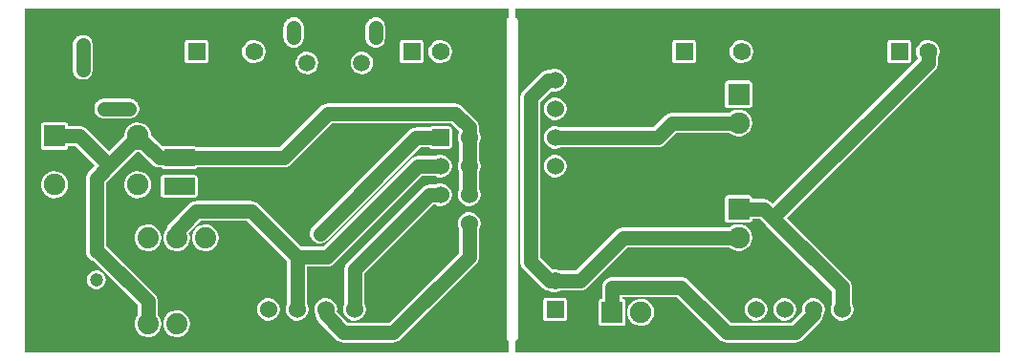
<source format=gbl>
G04 ---------------------------- Layer name :BOTTOM LAYER*
G04 easyEDA 0.1*
G04 Scale: 100 percent, Rotated: No, Reflected: No *
G04 Dimensions in inches *
G04 leading zeros omitted , absolute positions ,2 integer and 4 * 
%FSLAX24Y24*%
%MOIN*%
G90*
G70D02*

%ADD11C,0.050000*%
%ADD12C,0.025000*%
%ADD13C,0.024400*%
%ADD14C,0.059055*%
%ADD16C,0.062000*%
%ADD18R,0.062000X0.062000*%
%ADD19C,0.060000*%
%ADD21R,0.075000X0.075000*%
%ADD22C,0.075000*%
%ADD24C,0.074000*%
%ADD26R,0.060000X0.060000*%
%ADD27R,0.107500X0.059700*%
%ADD28C,0.047000*%
%ADD30C,0.051181*%
%ADD31C,0.051181*%

%LPD*%
G36*
G01X0Y12000D02*
G01X0Y24000D01*
G01X16897Y24000D01*
G01X16897Y23700D01*
G01X16869Y23696D01*
G01X16842Y23680D01*
G01X16819Y23657D01*
G01X16803Y23630D01*
G01X16800Y23600D01*
G01X16800Y12500D01*
G01X16803Y12469D01*
G01X16819Y12442D01*
G01X16842Y12419D01*
G01X16869Y12403D01*
G01X16897Y12400D01*
G01X16897Y12000D01*
G01X0Y12000D01*
G37*

%LPC*%
G36*
G01X9319Y22642D02*
G01X9452Y22642D01*
G01X9460Y22644D01*
G01X9469Y22646D01*
G01X9477Y22648D01*
G01X9593Y22705D01*
G01X9602Y22711D01*
G01X9607Y22715D01*
G01X9619Y22728D01*
G01X9692Y22815D01*
G01X9697Y22823D01*
G01X9706Y22840D01*
G01X9710Y22850D01*
G01X9711Y22857D01*
G01X9735Y22967D01*
G01X9735Y22971D01*
G01X9738Y22978D01*
G01X9738Y23355D01*
G01X9735Y23361D01*
G01X9735Y23365D01*
G01X9711Y23476D01*
G01X9710Y23484D01*
G01X9706Y23494D01*
G01X9697Y23509D01*
G01X9692Y23517D01*
G01X9619Y23605D01*
G01X9607Y23617D01*
G01X9602Y23621D01*
G01X9593Y23628D01*
G01X9477Y23686D01*
G01X9469Y23688D01*
G01X9460Y23690D01*
G01X9452Y23692D01*
G01X9319Y23692D01*
G01X9311Y23690D01*
G01X9302Y23688D01*
G01X9293Y23686D01*
G01X9285Y23682D01*
G01X9184Y23632D01*
G01X9176Y23628D01*
G01X9168Y23621D01*
G01X9161Y23617D01*
G01X9156Y23609D01*
G01X9150Y23603D01*
G01X9080Y23515D01*
G01X9073Y23509D01*
G01X9065Y23494D01*
G01X9064Y23486D01*
G01X9060Y23478D01*
G01X9034Y23367D01*
G01X9034Y23361D01*
G01X9031Y23357D01*
G01X9031Y22976D01*
G01X9034Y22971D01*
G01X9034Y22965D01*
G01X9060Y22855D01*
G01X9064Y22848D01*
G01X9065Y22840D01*
G01X9073Y22823D01*
G01X9080Y22817D01*
G01X9150Y22730D01*
G01X9156Y22723D01*
G01X9161Y22715D01*
G01X9168Y22711D01*
G01X9176Y22705D01*
G01X9184Y22702D01*
G01X9285Y22652D01*
G01X9293Y22648D01*
G01X9302Y22646D01*
G01X9311Y22644D01*
G01X9319Y22642D01*
G37*
G36*
G01X4268Y12532D02*
G01X4396Y12540D01*
G01X4515Y12582D01*
G01X4619Y12655D01*
G01X4702Y12755D01*
G01X4752Y12873D01*
G01X4769Y13000D01*
G01X4752Y13126D01*
G01X4702Y13244D01*
G01X4650Y13307D01*
G01X4650Y13800D01*
G01X4646Y13855D01*
G01X4631Y13907D01*
G01X4611Y13959D01*
G01X4581Y14007D01*
G01X4546Y14048D01*
G01X2850Y15723D01*
G01X2850Y17936D01*
G01X3188Y18276D01*
G01X3193Y18280D01*
G01X3907Y18994D01*
G01X4010Y18994D01*
G01X4452Y18552D01*
G01X4493Y18515D01*
G01X4542Y18488D01*
G01X4592Y18467D01*
G01X4646Y18453D01*
G01X4700Y18450D01*
G01X4777Y18450D01*
G01X4781Y18444D01*
G01X4803Y18421D01*
G01X4831Y18405D01*
G01X4861Y18402D01*
G01X5935Y18402D01*
G01X5965Y18405D01*
G01X5993Y18421D01*
G01X6015Y18444D01*
G01X6019Y18450D01*
G01X9042Y18450D01*
G01X9096Y18453D01*
G01X9150Y18467D01*
G01X9200Y18488D01*
G01X9247Y18515D01*
G01X9289Y18552D01*
G01X10723Y19986D01*
G01X14876Y19986D01*
G01X15150Y19713D01*
G01X15150Y19690D01*
G01X15139Y19673D01*
G01X15103Y19559D01*
G01X15103Y19440D01*
G01X15139Y19326D01*
G01X15150Y19311D01*
G01X15150Y18688D01*
G01X15139Y18673D01*
G01X15103Y18559D01*
G01X15103Y18440D01*
G01X15139Y18326D01*
G01X15150Y18311D01*
G01X15150Y17688D01*
G01X15139Y17673D01*
G01X15103Y17559D01*
G01X15103Y17440D01*
G01X15139Y17326D01*
G01X15206Y17228D01*
G01X15300Y17153D01*
G01X15410Y17109D01*
G01X15530Y17102D01*
G01X15646Y17128D01*
G01X15750Y17188D01*
G01X15830Y17273D01*
G01X15881Y17382D01*
G01X15900Y17500D01*
G01X15881Y17617D01*
G01X15850Y17684D01*
G01X15850Y18315D01*
G01X15881Y18382D01*
G01X15900Y18500D01*
G01X15881Y18617D01*
G01X15850Y18684D01*
G01X15850Y19315D01*
G01X15881Y19382D01*
G01X15900Y19500D01*
G01X15881Y19617D01*
G01X15850Y19684D01*
G01X15850Y19857D01*
G01X15846Y19911D01*
G01X15831Y19965D01*
G01X15811Y20017D01*
G01X15781Y20063D01*
G01X15746Y20105D01*
G01X15265Y20584D01*
G01X15226Y20619D01*
G01X15177Y20648D01*
G01X15127Y20667D01*
G01X15073Y20682D01*
G01X15019Y20686D01*
G01X10577Y20686D01*
G01X10523Y20682D01*
G01X10469Y20667D01*
G01X10419Y20648D01*
G01X10372Y20619D01*
G01X10330Y20584D01*
G01X8896Y19150D01*
G01X6019Y19150D01*
G01X6015Y19157D01*
G01X5993Y19180D01*
G01X5965Y19196D01*
G01X5935Y19200D01*
G01X4861Y19200D01*
G01X4831Y19196D01*
G01X4811Y19184D01*
G01X4419Y19576D01*
G01X4406Y19678D01*
G01X4353Y19796D01*
G01X4273Y19896D01*
G01X4168Y19969D01*
G01X4046Y20013D01*
G01X3918Y20021D01*
G01X3792Y19996D01*
G01X3676Y19938D01*
G01X3581Y19850D01*
G01X3515Y19738D01*
G01X3480Y19613D01*
G01X3480Y19557D01*
G01X2946Y19023D01*
G01X2172Y19798D01*
G01X2153Y19809D01*
G01X2147Y19817D01*
G01X2119Y19834D01*
G01X2072Y19867D01*
G01X2052Y19871D01*
G01X2043Y19878D01*
G01X2003Y19886D01*
G01X1953Y19898D01*
G01X1939Y19896D01*
G01X1923Y19900D01*
G01X1523Y19900D01*
G01X1523Y19926D01*
G01X1519Y19955D01*
G01X1503Y19984D01*
G01X1481Y20005D01*
G01X1453Y20021D01*
G01X1423Y20026D01*
G01X673Y20026D01*
G01X643Y20021D01*
G01X615Y20005D01*
G01X593Y19984D01*
G01X577Y19955D01*
G01X573Y19926D01*
G01X573Y19176D01*
G01X577Y19146D01*
G01X593Y19117D01*
G01X615Y19096D01*
G01X643Y19080D01*
G01X673Y19076D01*
G01X1423Y19076D01*
G01X1453Y19080D01*
G01X1481Y19096D01*
G01X1503Y19117D01*
G01X1519Y19146D01*
G01X1523Y19176D01*
G01X1523Y19200D01*
G01X1777Y19200D01*
G01X2452Y18526D01*
G01X2252Y18326D01*
G01X2242Y18313D01*
G01X2231Y18303D01*
G01X2215Y18276D01*
G01X2181Y18228D01*
G01X2177Y18209D01*
G01X2172Y18200D01*
G01X2164Y18159D01*
G01X2152Y18109D01*
G01X2153Y18096D01*
G01X2150Y18080D01*
G01X2150Y15530D01*
G01X2156Y15500D01*
G01X2156Y15469D01*
G01X2165Y15440D01*
G01X2172Y15409D01*
G01X2184Y15388D01*
G01X2196Y15355D01*
G01X2214Y15336D01*
G01X2231Y15305D01*
G01X2256Y15286D01*
G01X2276Y15261D01*
G01X2300Y15248D01*
G01X2326Y15226D01*
G01X2357Y15213D01*
G01X2380Y15201D01*
G01X2388Y15200D01*
G01X3950Y13653D01*
G01X3950Y13309D01*
G01X3935Y13296D01*
G01X3868Y13188D01*
G01X3834Y13063D01*
G01X3834Y12936D01*
G01X3868Y12811D01*
G01X3935Y12703D01*
G01X4027Y12615D01*
G01X4142Y12557D01*
G01X4268Y12532D01*
G37*
G36*
G01X5268Y12532D02*
G01X5396Y12540D01*
G01X5515Y12582D01*
G01X5619Y12655D01*
G01X5702Y12755D01*
G01X5752Y12873D01*
G01X5769Y13000D01*
G01X5752Y13126D01*
G01X5702Y13244D01*
G01X5619Y13344D01*
G01X5515Y13417D01*
G01X5396Y13459D01*
G01X5268Y13467D01*
G01X5142Y13442D01*
G01X5027Y13384D01*
G01X4935Y13296D01*
G01X4868Y13188D01*
G01X4834Y13063D01*
G01X4834Y12936D01*
G01X4868Y12811D01*
G01X4935Y12703D01*
G01X5027Y12615D01*
G01X5142Y12557D01*
G01X5268Y12532D01*
G37*
G36*
G01X12169Y22642D02*
G01X12302Y22642D01*
G01X12310Y22644D01*
G01X12319Y22646D01*
G01X12327Y22648D01*
G01X12443Y22705D01*
G01X12452Y22711D01*
G01X12457Y22715D01*
G01X12469Y22728D01*
G01X12542Y22815D01*
G01X12547Y22823D01*
G01X12556Y22840D01*
G01X12560Y22850D01*
G01X12561Y22857D01*
G01X12585Y22967D01*
G01X12585Y22971D01*
G01X12588Y22978D01*
G01X12588Y23355D01*
G01X12585Y23361D01*
G01X12585Y23365D01*
G01X12561Y23476D01*
G01X12560Y23484D01*
G01X12556Y23494D01*
G01X12547Y23509D01*
G01X12542Y23517D01*
G01X12469Y23605D01*
G01X12457Y23617D01*
G01X12452Y23621D01*
G01X12443Y23628D01*
G01X12327Y23686D01*
G01X12319Y23688D01*
G01X12310Y23690D01*
G01X12302Y23692D01*
G01X12169Y23692D01*
G01X12161Y23690D01*
G01X12152Y23688D01*
G01X12143Y23686D01*
G01X12135Y23682D01*
G01X12034Y23632D01*
G01X12026Y23628D01*
G01X12018Y23621D01*
G01X12011Y23617D01*
G01X12006Y23609D01*
G01X12000Y23603D01*
G01X11930Y23515D01*
G01X11923Y23509D01*
G01X11915Y23494D01*
G01X11914Y23486D01*
G01X11910Y23478D01*
G01X11884Y23367D01*
G01X11884Y23361D01*
G01X11881Y23357D01*
G01X11881Y22976D01*
G01X11884Y22971D01*
G01X11884Y22965D01*
G01X11910Y22855D01*
G01X11914Y22848D01*
G01X11915Y22840D01*
G01X11923Y22823D01*
G01X11930Y22817D01*
G01X12000Y22730D01*
G01X12006Y22723D01*
G01X12011Y22715D01*
G01X12018Y22711D01*
G01X12026Y22705D01*
G01X12034Y22702D01*
G01X12135Y22652D01*
G01X12143Y22648D01*
G01X12152Y22646D01*
G01X12161Y22644D01*
G01X12169Y22642D01*
G37*
G36*
G01X11530Y13101D02*
G01X11646Y13128D01*
G01X11750Y13188D01*
G01X11830Y13273D01*
G01X11881Y13382D01*
G01X11900Y13500D01*
G01X11881Y13617D01*
G01X11850Y13684D01*
G01X11850Y14748D01*
G01X14252Y17150D01*
G01X14310Y17150D01*
G01X14410Y17109D01*
G01X14530Y17102D01*
G01X14646Y17128D01*
G01X14750Y17188D01*
G01X14830Y17273D01*
G01X14881Y17382D01*
G01X14900Y17500D01*
G01X14881Y17617D01*
G01X14830Y17726D01*
G01X14750Y17811D01*
G01X14646Y17871D01*
G01X14530Y17898D01*
G01X14410Y17890D01*
G01X14310Y17850D01*
G01X14106Y17850D01*
G01X14052Y17846D01*
G01X13997Y17832D01*
G01X13947Y17811D01*
G01X13900Y17784D01*
G01X13857Y17748D01*
G01X11252Y15142D01*
G01X11215Y15100D01*
G01X11188Y15051D01*
G01X11168Y15001D01*
G01X11153Y14948D01*
G01X11150Y14894D01*
G01X11150Y13688D01*
G01X11139Y13673D01*
G01X11103Y13559D01*
G01X11103Y13440D01*
G01X11139Y13326D01*
G01X11206Y13228D01*
G01X11300Y13153D01*
G01X11410Y13109D01*
G01X11530Y13101D01*
G37*
G36*
G01X9530Y13101D02*
G01X9646Y13128D01*
G01X9750Y13188D01*
G01X9830Y13273D01*
G01X9881Y13382D01*
G01X9900Y13500D01*
G01X9881Y13617D01*
G01X9850Y13684D01*
G01X9850Y14990D01*
G01X10553Y14990D01*
G01X10607Y14994D01*
G01X10661Y15007D01*
G01X10711Y15028D01*
G01X10760Y15055D01*
G01X10802Y15092D01*
G01X13861Y18150D01*
G01X14310Y18150D01*
G01X14410Y18109D01*
G01X14530Y18102D01*
G01X14646Y18128D01*
G01X14750Y18188D01*
G01X14830Y18273D01*
G01X14881Y18382D01*
G01X14900Y18500D01*
G01X14881Y18617D01*
G01X14830Y18726D01*
G01X14750Y18811D01*
G01X14646Y18871D01*
G01X14530Y18898D01*
G01X14410Y18890D01*
G01X14310Y18850D01*
G01X13715Y18850D01*
G01X13661Y18846D01*
G01X13607Y18832D01*
G01X13557Y18811D01*
G01X13510Y18784D01*
G01X13468Y18748D01*
G01X10407Y15690D01*
G01X9646Y15690D01*
G01X8150Y17184D01*
G01X8107Y17219D01*
G01X8060Y17248D01*
G01X8010Y17267D01*
G01X7956Y17282D01*
G01X7902Y17286D01*
G01X5989Y17286D01*
G01X5935Y17282D01*
G01X5881Y17267D01*
G01X5831Y17248D01*
G01X5784Y17219D01*
G01X5742Y17184D01*
G01X5052Y16494D01*
G01X5015Y16452D01*
G01X4988Y16403D01*
G01X4968Y16353D01*
G01X4957Y16317D01*
G01X4935Y16296D01*
G01X4868Y16188D01*
G01X4834Y16063D01*
G01X4834Y15936D01*
G01X4868Y15811D01*
G01X4935Y15703D01*
G01X5027Y15615D01*
G01X5142Y15557D01*
G01X5268Y15532D01*
G01X5396Y15540D01*
G01X5515Y15582D01*
G01X5619Y15655D01*
G01X5702Y15755D01*
G01X5752Y15873D01*
G01X5769Y16000D01*
G01X5752Y16126D01*
G01X5730Y16180D01*
G01X6135Y16586D01*
G01X7756Y16586D01*
G01X9150Y15194D01*
G01X9150Y13688D01*
G01X9139Y13673D01*
G01X9103Y13559D01*
G01X9103Y13440D01*
G01X9139Y13326D01*
G01X9206Y13228D01*
G01X9300Y13153D01*
G01X9410Y13109D01*
G01X9530Y13101D01*
G37*
G36*
G01X8530Y13101D02*
G01X8646Y13128D01*
G01X8750Y13188D01*
G01X8830Y13273D01*
G01X8881Y13382D01*
G01X8900Y13500D01*
G01X8881Y13617D01*
G01X8830Y13726D01*
G01X8750Y13811D01*
G01X8646Y13871D01*
G01X8530Y13898D01*
G01X8410Y13890D01*
G01X8300Y13846D01*
G01X8206Y13771D01*
G01X8139Y13673D01*
G01X8103Y13559D01*
G01X8103Y13440D01*
G01X8139Y13326D01*
G01X8206Y13228D01*
G01X8300Y13153D01*
G01X8410Y13109D01*
G01X8530Y13101D01*
G37*
G36*
G01X2481Y14198D02*
G01X2592Y14205D01*
G01X2692Y14250D01*
G01X2773Y14323D01*
G01X2826Y14421D01*
G01X2843Y14530D01*
G01X2826Y14638D01*
G01X2773Y14736D01*
G01X2692Y14809D01*
G01X2592Y14853D01*
G01X2481Y14861D01*
G01X2376Y14836D01*
G01X2284Y14776D01*
G01X2215Y14688D01*
G01X2180Y14584D01*
G01X2180Y14476D01*
G01X2215Y14371D01*
G01X2284Y14284D01*
G01X2376Y14223D01*
G01X2481Y14198D01*
G37*
G36*
G01X4268Y15532D02*
G01X4396Y15540D01*
G01X4515Y15582D01*
G01X4619Y15655D01*
G01X4702Y15755D01*
G01X4752Y15873D01*
G01X4769Y16000D01*
G01X4752Y16126D01*
G01X4702Y16244D01*
G01X4619Y16344D01*
G01X4515Y16417D01*
G01X4396Y16459D01*
G01X4268Y16467D01*
G01X4142Y16442D01*
G01X4027Y16384D01*
G01X3935Y16296D01*
G01X3868Y16188D01*
G01X3834Y16063D01*
G01X3834Y15936D01*
G01X3868Y15811D01*
G01X3935Y15703D01*
G01X4027Y15615D01*
G01X4142Y15557D01*
G01X4268Y15532D01*
G37*
G36*
G01X14530Y22094D02*
G01X14650Y22119D01*
G01X14753Y22182D01*
G01X14838Y22269D01*
G01X14889Y22380D01*
G01X14907Y22500D01*
G01X14889Y22619D01*
G01X14838Y22730D01*
G01X14753Y22817D01*
G01X14650Y22880D01*
G01X14530Y22905D01*
G01X14410Y22898D01*
G01X14296Y22853D01*
G01X14200Y22778D01*
G01X14131Y22678D01*
G01X14096Y22559D01*
G01X14096Y22440D01*
G01X14131Y22321D01*
G01X14200Y22221D01*
G01X14296Y22146D01*
G01X14410Y22102D01*
G01X14530Y22094D01*
G37*
G36*
G01X6268Y15532D02*
G01X6396Y15540D01*
G01X6515Y15582D01*
G01X6619Y15655D01*
G01X6702Y15755D01*
G01X6752Y15873D01*
G01X6769Y16000D01*
G01X6752Y16126D01*
G01X6702Y16244D01*
G01X6619Y16344D01*
G01X6515Y16417D01*
G01X6396Y16459D01*
G01X6268Y16467D01*
G01X6142Y16442D01*
G01X6027Y16384D01*
G01X5935Y16296D01*
G01X5868Y16188D01*
G01X5834Y16063D01*
G01X5834Y15936D01*
G01X5868Y15811D01*
G01X5935Y15703D01*
G01X6027Y15615D01*
G01X6142Y15557D01*
G01X6268Y15532D01*
G37*
G36*
G01X8030Y22094D02*
G01X8150Y22119D01*
G01X8253Y22182D01*
G01X8338Y22269D01*
G01X8389Y22380D01*
G01X8407Y22500D01*
G01X8389Y22619D01*
G01X8338Y22730D01*
G01X8253Y22817D01*
G01X8150Y22880D01*
G01X8030Y22905D01*
G01X7910Y22898D01*
G01X7796Y22853D01*
G01X7700Y22778D01*
G01X7631Y22678D01*
G01X7596Y22559D01*
G01X7596Y22440D01*
G01X7631Y22321D01*
G01X7700Y22221D01*
G01X7796Y22146D01*
G01X7910Y22102D01*
G01X8030Y22094D01*
G37*
G36*
G01X10331Y15801D02*
G01X10450Y15832D01*
G01X10550Y15901D01*
G01X13800Y19150D01*
G01X14115Y19150D01*
G01X14119Y19142D01*
G01X14142Y19119D01*
G01X14169Y19103D01*
G01X14200Y19100D01*
G01X14800Y19100D01*
G01X14830Y19103D01*
G01X14857Y19119D01*
G01X14880Y19142D01*
G01X14896Y19169D01*
G01X14900Y19200D01*
G01X14900Y19800D01*
G01X14896Y19830D01*
G01X14880Y19857D01*
G01X14857Y19880D01*
G01X14830Y19896D01*
G01X14800Y19900D01*
G01X14200Y19900D01*
G01X14169Y19896D01*
G01X14142Y19880D01*
G01X14119Y19857D01*
G01X14115Y19850D01*
G01X13653Y19850D01*
G01X13600Y19846D01*
G01X13546Y19832D01*
G01X13496Y19811D01*
G01X13447Y19784D01*
G01X13406Y19748D01*
G01X10053Y16398D01*
G01X9984Y16298D01*
G01X9953Y16180D01*
G01X9964Y16059D01*
G01X10015Y15950D01*
G01X10102Y15863D01*
G01X10211Y15811D01*
G01X10331Y15801D01*
G37*
G36*
G01X13188Y22090D02*
G01X13810Y22090D01*
G01X13839Y22094D01*
G01X13868Y22109D01*
G01X13889Y22132D01*
G01X13906Y22159D01*
G01X13910Y22190D01*
G01X13910Y22809D01*
G01X13906Y22840D01*
G01X13889Y22867D01*
G01X13868Y22890D01*
G01X13839Y22905D01*
G01X13810Y22909D01*
G01X13188Y22909D01*
G01X13157Y22905D01*
G01X13130Y22890D01*
G01X13107Y22867D01*
G01X13092Y22840D01*
G01X13088Y22809D01*
G01X13088Y22190D01*
G01X13092Y22159D01*
G01X13107Y22132D01*
G01X13130Y22109D01*
G01X13157Y22094D01*
G01X13188Y22090D01*
G37*
G36*
G01X5688Y22090D02*
G01X6310Y22090D01*
G01X6339Y22094D01*
G01X6368Y22109D01*
G01X6389Y22132D01*
G01X6406Y22159D01*
G01X6410Y22190D01*
G01X6410Y22809D01*
G01X6406Y22840D01*
G01X6389Y22867D01*
G01X6368Y22890D01*
G01X6339Y22905D01*
G01X6310Y22909D01*
G01X5688Y22909D01*
G01X5657Y22905D01*
G01X5630Y22890D01*
G01X5607Y22867D01*
G01X5592Y22840D01*
G01X5588Y22809D01*
G01X5588Y22190D01*
G01X5592Y22159D01*
G01X5607Y22132D01*
G01X5630Y22109D01*
G01X5657Y22094D01*
G01X5688Y22090D01*
G37*
G36*
G01X3918Y17378D02*
G01X4046Y17386D01*
G01X4168Y17430D01*
G01X4273Y17503D01*
G01X4353Y17603D01*
G01X4406Y17721D01*
G01X4423Y17850D01*
G01X4406Y17978D01*
G01X4353Y18096D01*
G01X4273Y18196D01*
G01X4168Y18269D01*
G01X4046Y18313D01*
G01X3918Y18321D01*
G01X3792Y18296D01*
G01X3676Y18238D01*
G01X3581Y18150D01*
G01X3515Y18038D01*
G01X3480Y17913D01*
G01X3480Y17786D01*
G01X3515Y17661D01*
G01X3581Y17550D01*
G01X3676Y17461D01*
G01X3792Y17403D01*
G01X3918Y17378D01*
G37*
G36*
G01X1018Y17378D02*
G01X1146Y17386D01*
G01X1268Y17430D01*
G01X1373Y17503D01*
G01X1453Y17603D01*
G01X1506Y17721D01*
G01X1523Y17850D01*
G01X1506Y17978D01*
G01X1453Y18096D01*
G01X1373Y18196D01*
G01X1268Y18269D01*
G01X1146Y18313D01*
G01X1018Y18321D01*
G01X892Y18296D01*
G01X776Y18238D01*
G01X681Y18150D01*
G01X615Y18038D01*
G01X580Y17913D01*
G01X580Y17786D01*
G01X615Y17661D01*
G01X681Y17550D01*
G01X776Y17461D01*
G01X892Y17403D01*
G01X1018Y17378D01*
G37*
G36*
G01X4861Y17402D02*
G01X5935Y17402D01*
G01X5965Y17405D01*
G01X5993Y17421D01*
G01X6015Y17444D01*
G01X6031Y17471D01*
G01X6035Y17502D01*
G01X6035Y18100D01*
G01X6031Y18130D01*
G01X6015Y18157D01*
G01X5993Y18180D01*
G01X5965Y18196D01*
G01X5935Y18200D01*
G01X4861Y18200D01*
G01X4831Y18196D01*
G01X4803Y18180D01*
G01X4781Y18157D01*
G01X4765Y18130D01*
G01X4761Y18100D01*
G01X4761Y17502D01*
G01X4765Y17471D01*
G01X4781Y17444D01*
G01X4803Y17421D01*
G01X4831Y17405D01*
G01X4861Y17402D01*
G37*
G36*
G01X11130Y12346D02*
G01X12857Y12346D01*
G01X12911Y12350D01*
G01X12965Y12363D01*
G01X13015Y12384D01*
G01X13064Y12411D01*
G01X13106Y12448D01*
G01X15747Y15088D01*
G01X15784Y15130D01*
G01X15811Y15178D01*
G01X15831Y15228D01*
G01X15846Y15282D01*
G01X15850Y15336D01*
G01X15850Y16315D01*
G01X15881Y16382D01*
G01X15900Y16500D01*
G01X15881Y16617D01*
G01X15830Y16726D01*
G01X15750Y16811D01*
G01X15646Y16871D01*
G01X15530Y16898D01*
G01X15410Y16890D01*
G01X15300Y16846D01*
G01X15206Y16771D01*
G01X15139Y16673D01*
G01X15103Y16559D01*
G01X15103Y16440D01*
G01X15139Y16326D01*
G01X15150Y16311D01*
G01X15150Y15482D01*
G01X12711Y13046D01*
G01X11276Y13046D01*
G01X10889Y13434D01*
G01X10900Y13500D01*
G01X10881Y13617D01*
G01X10830Y13726D01*
G01X10750Y13811D01*
G01X10646Y13871D01*
G01X10530Y13898D01*
G01X10410Y13890D01*
G01X10300Y13846D01*
G01X10206Y13771D01*
G01X10139Y13673D01*
G01X10103Y13559D01*
G01X10103Y13440D01*
G01X10139Y13326D01*
G01X10152Y13309D01*
G01X10153Y13273D01*
G01X10168Y13219D01*
G01X10188Y13169D01*
G01X10215Y13121D01*
G01X10252Y13080D01*
G01X10881Y12448D01*
G01X10923Y12413D01*
G01X10969Y12384D01*
G01X11022Y12363D01*
G01X11076Y12350D01*
G01X11130Y12346D01*
G37*
G36*
G01X11789Y21711D02*
G01X11903Y21738D01*
G01X12006Y21796D01*
G01X12085Y21882D01*
G01X12135Y21988D01*
G01X12153Y22103D01*
G01X12135Y22219D01*
G01X12085Y22326D01*
G01X12006Y22411D01*
G01X11903Y22469D01*
G01X11789Y22496D01*
G01X11672Y22488D01*
G01X11561Y22446D01*
G01X11472Y22371D01*
G01X11406Y22273D01*
G01X11369Y22161D01*
G01X11369Y22046D01*
G01X11406Y21934D01*
G01X11472Y21836D01*
G01X11561Y21761D01*
G01X11672Y21719D01*
G01X11789Y21711D01*
G37*
G36*
G01X9884Y21711D02*
G01X9997Y21738D01*
G01X10100Y21796D01*
G01X10180Y21882D01*
G01X10230Y21988D01*
G01X10247Y22103D01*
G01X10230Y22219D01*
G01X10180Y22326D01*
G01X10100Y22411D01*
G01X9997Y22469D01*
G01X9884Y22496D01*
G01X9765Y22488D01*
G01X9656Y22446D01*
G01X9565Y22371D01*
G01X9500Y22273D01*
G01X9464Y22161D01*
G01X9464Y22046D01*
G01X9500Y21934D01*
G01X9565Y21836D01*
G01X9656Y21761D01*
G01X9765Y21719D01*
G01X9884Y21711D01*
G37*
G36*
G01X1972Y21519D02*
G01X2100Y21519D01*
G01X2110Y21521D01*
G01X2118Y21523D01*
G01X2127Y21526D01*
G01X2135Y21530D01*
G01X2239Y21580D01*
G01X2247Y21584D01*
G01X2253Y21590D01*
G01X2261Y21594D01*
G01X2268Y21600D01*
G01X2273Y21607D01*
G01X2343Y21696D01*
G01X2350Y21702D01*
G01X2357Y21717D01*
G01X2360Y21726D01*
G01X2364Y21734D01*
G01X2389Y21844D01*
G01X2389Y21850D01*
G01X2392Y21853D01*
G01X2392Y22748D01*
G01X2389Y22752D01*
G01X2389Y22757D01*
G01X2364Y22867D01*
G01X2360Y22876D01*
G01X2357Y22884D01*
G01X2350Y22900D01*
G01X2343Y22905D01*
G01X2273Y22994D01*
G01X2268Y23002D01*
G01X2261Y23007D01*
G01X2253Y23011D01*
G01X2247Y23017D01*
G01X2239Y23021D01*
G01X2135Y23071D01*
G01X2127Y23076D01*
G01X2118Y23078D01*
G01X2110Y23080D01*
G01X2100Y23082D01*
G01X1972Y23082D01*
G01X1964Y23080D01*
G01X1953Y23078D01*
G01X1946Y23076D01*
G01X1938Y23071D01*
G01X1835Y23021D01*
G01X1827Y23017D01*
G01X1819Y23011D01*
G01X1814Y23007D01*
G01X1807Y23000D01*
G01X1802Y22994D01*
G01X1731Y22905D01*
G01X1726Y22900D01*
G01X1718Y22884D01*
G01X1715Y22876D01*
G01X1711Y22867D01*
G01X1685Y22757D01*
G01X1685Y22752D01*
G01X1684Y22748D01*
G01X1684Y21853D01*
G01X1685Y21850D01*
G01X1685Y21844D01*
G01X1711Y21734D01*
G01X1715Y21726D01*
G01X1718Y21717D01*
G01X1726Y21702D01*
G01X1731Y21696D01*
G01X1802Y21607D01*
G01X1807Y21602D01*
G01X1814Y21594D01*
G01X1819Y21590D01*
G01X1827Y21584D01*
G01X1835Y21580D01*
G01X1938Y21530D01*
G01X1946Y21526D01*
G01X1953Y21523D01*
G01X1964Y21521D01*
G01X1972Y21519D01*
G37*
G36*
G01X2769Y20155D02*
G01X3665Y20155D01*
G01X3669Y20157D01*
G01X3676Y20157D01*
G01X3785Y20184D01*
G01X3793Y20188D01*
G01X3802Y20190D01*
G01X3818Y20198D01*
G01X3823Y20203D01*
G01X3911Y20273D01*
G01X3918Y20280D01*
G01X3926Y20286D01*
G01X3930Y20292D01*
G01X3935Y20300D01*
G01X3939Y20307D01*
G01X3989Y20409D01*
G01X3993Y20417D01*
G01X3996Y20426D01*
G01X3997Y20436D01*
G01X4000Y20444D01*
G01X4000Y20576D01*
G01X3997Y20584D01*
G01X3996Y20594D01*
G01X3993Y20602D01*
G01X3989Y20609D01*
G01X3939Y20711D01*
G01X3935Y20719D01*
G01X3930Y20728D01*
G01X3926Y20734D01*
G01X3918Y20740D01*
G01X3911Y20746D01*
G01X3823Y20815D01*
G01X3818Y20821D01*
G01X3802Y20830D01*
G01X3793Y20832D01*
G01X3785Y20836D01*
G01X3676Y20861D01*
G01X3669Y20861D01*
G01X3665Y20863D01*
G01X2769Y20863D01*
G01X2765Y20861D01*
G01X2760Y20861D01*
G01X2650Y20836D01*
G01X2642Y20832D01*
G01X2634Y20830D01*
G01X2626Y20826D01*
G01X2619Y20821D01*
G01X2611Y20815D01*
G01X2522Y20746D01*
G01X2515Y20742D01*
G01X2510Y20734D01*
G01X2503Y20728D01*
G01X2497Y20719D01*
G01X2493Y20711D01*
G01X2443Y20609D01*
G01X2439Y20602D01*
G01X2438Y20594D01*
G01X2435Y20584D01*
G01X2434Y20576D01*
G01X2434Y20444D01*
G01X2435Y20436D01*
G01X2438Y20426D01*
G01X2439Y20417D01*
G01X2443Y20409D01*
G01X2493Y20307D01*
G01X2497Y20300D01*
G01X2503Y20292D01*
G01X2510Y20286D01*
G01X2515Y20278D01*
G01X2522Y20273D01*
G01X2611Y20203D01*
G01X2619Y20198D01*
G01X2626Y20194D01*
G01X2634Y20190D01*
G01X2642Y20188D01*
G01X2650Y20184D01*
G01X2760Y20157D01*
G01X2765Y20157D01*
G01X2769Y20155D01*
G37*

%LPD*%
G36*
G01X17107Y12000D02*
G01X17107Y12401D01*
G01X17130Y12403D01*
G01X17157Y12419D01*
G01X17180Y12442D01*
G01X17196Y12469D01*
G01X17200Y12500D01*
G01X17200Y23600D01*
G01X17196Y23630D01*
G01X17180Y23657D01*
G01X17157Y23680D01*
G01X17130Y23696D01*
G01X17106Y23700D01*
G01X17106Y24000D01*
G01X34000Y24000D01*
G01X34000Y12000D01*
G01X17107Y12000D01*
G37*

%LPC*%
G36*
G01X25030Y22094D02*
G01X25150Y22119D01*
G01X25253Y22182D01*
G01X25338Y22269D01*
G01X25389Y22380D01*
G01X25407Y22500D01*
G01X25389Y22619D01*
G01X25338Y22730D01*
G01X25253Y22817D01*
G01X25150Y22880D01*
G01X25030Y22905D01*
G01X24910Y22898D01*
G01X24796Y22853D01*
G01X24700Y22778D01*
G01X24631Y22678D01*
G01X24596Y22559D01*
G01X24596Y22440D01*
G01X24631Y22321D01*
G01X24700Y22221D01*
G01X24796Y22146D01*
G01X24910Y22102D01*
G01X25030Y22094D01*
G37*
G36*
G01X30188Y22090D02*
G01X30810Y22090D01*
G01X30839Y22094D01*
G01X30868Y22109D01*
G01X30889Y22132D01*
G01X30906Y22159D01*
G01X30910Y22190D01*
G01X30910Y22809D01*
G01X30906Y22840D01*
G01X30889Y22867D01*
G01X30868Y22890D01*
G01X30839Y22905D01*
G01X30810Y22909D01*
G01X30188Y22909D01*
G01X30157Y22905D01*
G01X30130Y22890D01*
G01X30107Y22867D01*
G01X30092Y22840D01*
G01X30088Y22809D01*
G01X30088Y22190D01*
G01X30092Y22159D01*
G01X30107Y22132D01*
G01X30130Y22109D01*
G01X30157Y22094D01*
G01X30188Y22090D01*
G37*
G36*
G01X21456Y12928D02*
G01X21584Y12936D01*
G01X21706Y12980D01*
G01X21811Y13053D01*
G01X21892Y13153D01*
G01X21943Y13271D01*
G01X21961Y13400D01*
G01X21943Y13528D01*
G01X21892Y13646D01*
G01X21811Y13746D01*
G01X21706Y13819D01*
G01X21584Y13863D01*
G01X21456Y13871D01*
G01X21330Y13846D01*
G01X21214Y13788D01*
G01X21119Y13700D01*
G01X21053Y13588D01*
G01X21018Y13463D01*
G01X21018Y13336D01*
G01X21053Y13211D01*
G01X21119Y13100D01*
G01X21214Y13011D01*
G01X21330Y12953D01*
G01X21456Y12928D01*
G37*
G36*
G01X22688Y22090D02*
G01X23310Y22090D01*
G01X23339Y22094D01*
G01X23368Y22109D01*
G01X23389Y22132D01*
G01X23406Y22159D01*
G01X23410Y22190D01*
G01X23410Y22809D01*
G01X23406Y22840D01*
G01X23389Y22867D01*
G01X23368Y22890D01*
G01X23339Y22905D01*
G01X23310Y22909D01*
G01X22688Y22909D01*
G01X22657Y22905D01*
G01X22630Y22890D01*
G01X22607Y22867D01*
G01X22592Y22840D01*
G01X22588Y22809D01*
G01X22588Y22190D01*
G01X22592Y22159D01*
G01X22607Y22132D01*
G01X22630Y22109D01*
G01X22657Y22094D01*
G01X22688Y22090D01*
G37*
G36*
G01X18188Y13090D02*
G01X18810Y13090D01*
G01X18839Y13094D01*
G01X18868Y13109D01*
G01X18889Y13132D01*
G01X18906Y13159D01*
G01X18910Y13190D01*
G01X18910Y13809D01*
G01X18906Y13840D01*
G01X18889Y13867D01*
G01X18868Y13890D01*
G01X18839Y13905D01*
G01X18810Y13909D01*
G01X18188Y13909D01*
G01X18157Y13905D01*
G01X18130Y13890D01*
G01X18107Y13867D01*
G01X18092Y13840D01*
G01X18088Y13809D01*
G01X18088Y13190D01*
G01X18092Y13159D01*
G01X18107Y13132D01*
G01X18130Y13109D01*
G01X18157Y13094D01*
G01X18188Y13090D01*
G37*
G36*
G01X28530Y13101D02*
G01X28646Y13128D01*
G01X28750Y13188D01*
G01X28830Y13273D01*
G01X28881Y13382D01*
G01X28900Y13500D01*
G01X28881Y13617D01*
G01X28850Y13684D01*
G01X28850Y14286D01*
G01X28846Y14340D01*
G01X28831Y14394D01*
G01X28811Y14444D01*
G01X28784Y14492D01*
G01X28747Y14534D01*
G01X26592Y16690D01*
G01X31747Y21846D01*
G01X31784Y21888D01*
G01X31811Y21936D01*
G01X31831Y21986D01*
G01X31846Y22040D01*
G01X31850Y22094D01*
G01X31850Y22296D01*
G01X31889Y22380D01*
G01X31907Y22500D01*
G01X31889Y22619D01*
G01X31838Y22730D01*
G01X31753Y22817D01*
G01X31650Y22880D01*
G01X31530Y22905D01*
G01X31410Y22898D01*
G01X31296Y22853D01*
G01X31200Y22778D01*
G01X31131Y22678D01*
G01X31096Y22559D01*
G01X31096Y22440D01*
G01X31131Y22321D01*
G01X31150Y22296D01*
G01X31150Y22240D01*
G01X26093Y17184D01*
G01X26019Y17257D01*
G01X26006Y17267D01*
G01X25997Y17278D01*
G01X25960Y17300D01*
G01X25919Y17328D01*
G01X25903Y17332D01*
G01X25893Y17338D01*
G01X25850Y17346D01*
G01X25803Y17357D01*
G01X25789Y17355D01*
G01X25773Y17359D01*
G01X25373Y17359D01*
G01X25373Y17386D01*
G01X25369Y17415D01*
G01X25353Y17444D01*
G01X25331Y17465D01*
G01X25303Y17482D01*
G01X25273Y17486D01*
G01X24523Y17486D01*
G01X24493Y17482D01*
G01X24465Y17465D01*
G01X24443Y17444D01*
G01X24427Y17415D01*
G01X24423Y17386D01*
G01X24423Y16636D01*
G01X24427Y16605D01*
G01X24443Y16578D01*
G01X24465Y16555D01*
G01X24493Y16540D01*
G01X24523Y16536D01*
G01X25273Y16536D01*
G01X25303Y16540D01*
G01X25331Y16555D01*
G01X25353Y16578D01*
G01X25369Y16605D01*
G01X25373Y16636D01*
G01X25373Y16659D01*
G01X25630Y16659D01*
G01X25839Y16452D01*
G01X25847Y16442D01*
G01X28150Y14140D01*
G01X28150Y13688D01*
G01X28139Y13673D01*
G01X28103Y13559D01*
G01X28103Y13440D01*
G01X28139Y13326D01*
G01X28206Y13228D01*
G01X28300Y13153D01*
G01X28410Y13109D01*
G01X28530Y13101D01*
G37*
G36*
G01X26530Y13101D02*
G01X26646Y13128D01*
G01X26750Y13188D01*
G01X26830Y13273D01*
G01X26881Y13382D01*
G01X26900Y13500D01*
G01X26881Y13617D01*
G01X26830Y13726D01*
G01X26750Y13811D01*
G01X26646Y13871D01*
G01X26530Y13898D01*
G01X26410Y13890D01*
G01X26300Y13846D01*
G01X26206Y13771D01*
G01X26139Y13673D01*
G01X26103Y13559D01*
G01X26103Y13440D01*
G01X26139Y13326D01*
G01X26206Y13228D01*
G01X26300Y13153D01*
G01X26410Y13109D01*
G01X26530Y13101D01*
G37*
G36*
G01X25530Y13101D02*
G01X25646Y13128D01*
G01X25750Y13188D01*
G01X25830Y13273D01*
G01X25881Y13382D01*
G01X25900Y13500D01*
G01X25881Y13617D01*
G01X25830Y13726D01*
G01X25750Y13811D01*
G01X25646Y13871D01*
G01X25530Y13898D01*
G01X25410Y13890D01*
G01X25300Y13846D01*
G01X25206Y13771D01*
G01X25139Y13673D01*
G01X25103Y13559D01*
G01X25103Y13440D01*
G01X25139Y13326D01*
G01X25206Y13228D01*
G01X25300Y13153D01*
G01X25410Y13109D01*
G01X25530Y13101D01*
G37*
G36*
G01X24523Y20536D02*
G01X25273Y20536D01*
G01X25303Y20540D01*
G01X25331Y20555D01*
G01X25353Y20578D01*
G01X25369Y20605D01*
G01X25373Y20636D01*
G01X25373Y21386D01*
G01X25369Y21415D01*
G01X25353Y21444D01*
G01X25331Y21465D01*
G01X25303Y21482D01*
G01X25273Y21486D01*
G01X24523Y21486D01*
G01X24493Y21482D01*
G01X24465Y21465D01*
G01X24443Y21444D01*
G01X24427Y21415D01*
G01X24423Y21386D01*
G01X24423Y20636D01*
G01X24427Y20605D01*
G01X24443Y20578D01*
G01X24465Y20555D01*
G01X24493Y20540D01*
G01X24523Y20536D01*
G37*
G36*
G01X18530Y14094D02*
G01X18650Y14119D01*
G01X18700Y14150D01*
G01X19365Y14150D01*
G01X19419Y14153D01*
G01X19473Y14167D01*
G01X19523Y14188D01*
G01X19572Y14215D01*
G01X19614Y14251D01*
G01X21022Y15659D01*
G01X24585Y15659D01*
G01X24626Y15621D01*
G01X24742Y15563D01*
G01X24868Y15538D01*
G01X24996Y15546D01*
G01X25118Y15590D01*
G01X25223Y15663D01*
G01X25303Y15763D01*
G01X25356Y15882D01*
G01X25373Y16009D01*
G01X25356Y16138D01*
G01X25303Y16255D01*
G01X25223Y16355D01*
G01X25118Y16430D01*
G01X24996Y16473D01*
G01X24868Y16482D01*
G01X24742Y16455D01*
G01X24626Y16398D01*
G01X24585Y16359D01*
G01X20876Y16359D01*
G01X20822Y16355D01*
G01X20768Y16342D01*
G01X20718Y16321D01*
G01X20669Y16294D01*
G01X20627Y16257D01*
G01X19219Y14850D01*
G01X18700Y14850D01*
G01X18650Y14880D01*
G01X18530Y14905D01*
G01X18410Y14898D01*
G01X18402Y14896D01*
G01X17993Y15305D01*
G01X17993Y20748D01*
G01X18372Y21123D01*
G01X18410Y21109D01*
G01X18530Y21102D01*
G01X18646Y21128D01*
G01X18750Y21188D01*
G01X18830Y21273D01*
G01X18881Y21382D01*
G01X18900Y21500D01*
G01X18881Y21617D01*
G01X18830Y21726D01*
G01X18750Y21811D01*
G01X18646Y21871D01*
G01X18530Y21898D01*
G01X18410Y21890D01*
G01X18310Y21850D01*
G01X18252Y21850D01*
G01X18197Y21846D01*
G01X18143Y21832D01*
G01X18093Y21811D01*
G01X18046Y21784D01*
G01X18003Y21748D01*
G01X17396Y21142D01*
G01X17361Y21100D01*
G01X17331Y21053D01*
G01X17311Y21002D01*
G01X17297Y20948D01*
G01X17293Y20894D01*
G01X17293Y15159D01*
G01X17297Y15105D01*
G01X17311Y15051D01*
G01X17331Y15001D01*
G01X17360Y14953D01*
G01X17396Y14911D01*
G01X18053Y14251D01*
G01X18096Y14217D01*
G01X18142Y14188D01*
G01X18193Y14167D01*
G01X18247Y14153D01*
G01X18289Y14150D01*
G01X18296Y14146D01*
G01X18410Y14101D01*
G01X18530Y14094D01*
G37*
G36*
G01X18530Y20102D02*
G01X18646Y20128D01*
G01X18750Y20188D01*
G01X18830Y20273D01*
G01X18881Y20382D01*
G01X18900Y20500D01*
G01X18881Y20617D01*
G01X18830Y20726D01*
G01X18750Y20811D01*
G01X18646Y20871D01*
G01X18530Y20898D01*
G01X18410Y20890D01*
G01X18300Y20846D01*
G01X18206Y20771D01*
G01X18139Y20673D01*
G01X18103Y20559D01*
G01X18103Y20440D01*
G01X18139Y20326D01*
G01X18206Y20228D01*
G01X18300Y20153D01*
G01X18410Y20109D01*
G01X18530Y20102D01*
G37*
G36*
G01X18530Y19102D02*
G01X18646Y19128D01*
G01X18684Y19150D01*
G01X22072Y19150D01*
G01X22126Y19153D01*
G01X22180Y19167D01*
G01X22230Y19188D01*
G01X22277Y19215D01*
G01X22319Y19252D01*
G01X22727Y19659D01*
G01X24585Y19659D01*
G01X24626Y19621D01*
G01X24742Y19563D01*
G01X24868Y19538D01*
G01X24996Y19546D01*
G01X25118Y19590D01*
G01X25223Y19663D01*
G01X25303Y19763D01*
G01X25356Y19882D01*
G01X25373Y20009D01*
G01X25356Y20138D01*
G01X25303Y20255D01*
G01X25223Y20355D01*
G01X25118Y20430D01*
G01X24996Y20473D01*
G01X24868Y20482D01*
G01X24742Y20455D01*
G01X24626Y20398D01*
G01X24585Y20359D01*
G01X22581Y20359D01*
G01X22527Y20355D01*
G01X22473Y20342D01*
G01X22423Y20321D01*
G01X22376Y20294D01*
G01X22334Y20257D01*
G01X21926Y19850D01*
G01X18684Y19850D01*
G01X18646Y19871D01*
G01X18530Y19898D01*
G01X18410Y19890D01*
G01X18300Y19846D01*
G01X18206Y19771D01*
G01X18139Y19673D01*
G01X18103Y19559D01*
G01X18103Y19440D01*
G01X18139Y19326D01*
G01X18206Y19228D01*
G01X18300Y19153D01*
G01X18410Y19109D01*
G01X18530Y19102D01*
G37*
G36*
G01X18530Y18102D02*
G01X18646Y18128D01*
G01X18750Y18188D01*
G01X18830Y18273D01*
G01X18881Y18382D01*
G01X18900Y18500D01*
G01X18881Y18617D01*
G01X18830Y18726D01*
G01X18750Y18811D01*
G01X18646Y18871D01*
G01X18530Y18898D01*
G01X18410Y18890D01*
G01X18300Y18846D01*
G01X18206Y18771D01*
G01X18139Y18673D01*
G01X18103Y18559D01*
G01X18103Y18440D01*
G01X18139Y18326D01*
G01X18206Y18228D01*
G01X18300Y18153D01*
G01X18410Y18109D01*
G01X18530Y18102D01*
G37*
G36*
G01X24477Y12346D02*
G01X26868Y12346D01*
G01X26922Y12350D01*
G01X26976Y12363D01*
G01X27026Y12384D01*
G01X27073Y12411D01*
G01X27115Y12448D01*
G01X27747Y13078D01*
G01X27781Y13119D01*
G01X27811Y13165D01*
G01X27831Y13217D01*
G01X27846Y13271D01*
G01X27850Y13313D01*
G01X27881Y13382D01*
G01X27900Y13500D01*
G01X27881Y13617D01*
G01X27830Y13726D01*
G01X27750Y13811D01*
G01X27646Y13871D01*
G01X27530Y13898D01*
G01X27410Y13890D01*
G01X27300Y13846D01*
G01X27206Y13771D01*
G01X27139Y13673D01*
G01X27103Y13559D01*
G01X27103Y13440D01*
G01X27107Y13430D01*
G01X26722Y13046D01*
G01X24623Y13046D01*
G01X23143Y14523D01*
G01X23102Y14559D01*
G01X23053Y14588D01*
G01X23003Y14607D01*
G01X22950Y14621D01*
G01X22896Y14626D01*
G01X20488Y14626D01*
G01X20456Y14619D01*
G01X20427Y14619D01*
G01X20397Y14609D01*
G01X20368Y14603D01*
G01X20346Y14592D01*
G01X20314Y14580D01*
G01X20288Y14557D01*
G01X20264Y14544D01*
G01X20242Y14517D01*
G01X20219Y14500D01*
G01X20207Y14480D01*
G01X20184Y14451D01*
G01X20173Y14421D01*
G01X20160Y14396D01*
G01X20156Y14371D01*
G01X20143Y14336D01*
G01X20143Y14307D01*
G01X20138Y14276D01*
G01X20138Y13876D01*
G01X20114Y13876D01*
G01X20084Y13871D01*
G01X20056Y13855D01*
G01X20034Y13834D01*
G01X20018Y13805D01*
G01X20014Y13776D01*
G01X20014Y13026D01*
G01X20018Y12996D01*
G01X20034Y12967D01*
G01X20056Y12946D01*
G01X20084Y12930D01*
G01X20114Y12926D01*
G01X20864Y12926D01*
G01X20893Y12930D01*
G01X20922Y12946D01*
G01X20943Y12967D01*
G01X20960Y12996D01*
G01X20964Y13026D01*
G01X20964Y13776D01*
G01X20960Y13805D01*
G01X20943Y13834D01*
G01X20922Y13855D01*
G01X20893Y13871D01*
G01X20864Y13876D01*
G01X20838Y13876D01*
G01X20838Y13926D01*
G01X22750Y13926D01*
G01X24230Y12448D01*
G01X24272Y12411D01*
G01X24319Y12384D01*
G01X24369Y12363D01*
G01X24423Y12350D01*
G01X24477Y12346D01*
G37*

%LPD*%
G54D11*
G01X18500Y21500D02*
G01X18252Y21500D01*
G01X17644Y20892D01*
G01X17644Y15158D01*
G01X18303Y14500D01*
G01X18500Y14500D01*
G01X18500Y14500D02*
G01X19367Y14500D01*
G01X20877Y16009D01*
G01X24900Y16009D01*
G01X14500Y17500D02*
G01X14106Y17500D01*
G01X11500Y14893D01*
G01X11500Y13500D01*
G01X9500Y15338D02*
G01X9500Y13500D01*
G01X5300Y16000D02*
G01X5300Y16244D01*
G01X5990Y16935D01*
G01X7903Y16935D01*
G01X9500Y15338D01*
G01X9500Y15338D02*
G01X10554Y15338D01*
G01X13716Y18500D01*
G01X14500Y18500D01*
G01X15500Y16500D02*
G01X15500Y15335D01*
G01X12859Y12695D01*
G01X11131Y12695D01*
G01X10500Y13326D01*
G01X10500Y13500D01*
G01X2947Y18527D02*
G01X2500Y18080D01*
G01X4156Y19343D02*
G01X3763Y19343D01*
G01X2947Y18527D01*
G01X2947Y18527D02*
G01X1925Y19550D01*
G01X1050Y19550D02*
G01X1925Y19550D01*
G01X4156Y19343D02*
G01X3950Y19550D01*
G01X5400Y18800D02*
G01X4700Y18800D01*
G01X4156Y19343D01*
G01X15500Y19500D02*
G01X15500Y19856D01*
G01X15021Y20334D01*
G01X10577Y20334D01*
G01X9043Y18799D01*
G01X5400Y18799D01*
G01X15500Y18500D02*
G01X15500Y19500D01*
G01X15500Y18500D02*
G01X15500Y17500D01*
G01X4300Y13000D02*
G01X4300Y13800D01*
G01X2550Y15530D01*
G01X2510Y15530D01*
G01X14500Y19500D02*
G01X13655Y19500D01*
G01X10303Y16148D01*
G01X26096Y16688D02*
G01X28500Y14285D01*
G01X28500Y13500D01*
G01X25775Y17009D02*
G01X26096Y16688D01*
G01X26096Y16688D02*
G01X31500Y22092D01*
G01X31500Y22500D01*
G01X24900Y17009D02*
G01X25775Y17009D01*
G01X20489Y13400D02*
G01X20489Y14275D01*
G01X20489Y14275D02*
G01X22856Y14275D01*
G01X22897Y14275D01*
G01X24477Y12694D01*
G01X26868Y12694D01*
G01X27500Y13326D01*
G01X27500Y13500D01*
G01X18500Y19500D02*
G01X22072Y19500D01*
G01X22582Y20009D01*
G01X24900Y20009D01*
G01X2500Y18080D02*
G01X2500Y15530D01*
G01X2500Y15530D02*
G01X2510Y15530D01*
G54D14*
G01X11760Y22103D03*
G01X9855Y22103D03*
G54D16*
G01X15500Y22500D03*
G01X14500Y22500D03*
G54D18*
G01X13500Y22500D03*
G54D19*
G01X8500Y13500D03*
G01X9500Y13500D03*
G01X10500Y13500D03*
G01X11500Y13500D03*
G01X12500Y13500D03*
G54D21*
G01X1050Y19550D03*
G54D22*
G01X1050Y17850D03*
G01X3950Y17850D03*
G01X3950Y19550D03*
G54D16*
G01X8000Y22500D03*
G01X7000Y22500D03*
G54D18*
G01X6000Y22500D03*
G54D24*
G01X6300Y13000D03*
G01X6300Y16000D03*
G54D16*
G01X32500Y22500D03*
G01X31500Y22500D03*
G54D18*
G01X30500Y22500D03*
G54D19*
G01X25500Y13500D03*
G01X26500Y13500D03*
G01X27500Y13500D03*
G01X28500Y13500D03*
G01X29500Y13500D03*
G54D16*
G01X25000Y22500D03*
G01X24000Y22500D03*
G54D18*
G01X23000Y22500D03*
G54D22*
G01X24900Y19009D03*
G01X24900Y20009D03*
G54D21*
G01X24900Y21009D03*
G54D22*
G01X22489Y13400D03*
G01X21489Y13400D03*
G54D21*
G01X20489Y13400D03*
G54D22*
G01X24900Y15009D03*
G01X24900Y16009D03*
G54D21*
G01X24900Y17009D03*
G54D16*
G01X18500Y15500D03*
G01X18500Y14500D03*
G54D18*
G01X18500Y13500D03*
G54D19*
G01X18500Y18500D03*
G01X18500Y19500D03*
G01X18500Y20500D03*
G01X18500Y21500D03*
G01X18500Y22500D03*
G54D26*
G01X14500Y16500D03*
G54D19*
G01X15500Y16500D03*
G01X14500Y17500D03*
G01X15500Y17500D03*
G01X14500Y18500D03*
G01X15500Y18500D03*
G54D26*
G01X14500Y19500D03*
G54D19*
G01X15500Y19500D03*
G54D27*
G01X5400Y19800D03*
G01X5400Y18800D03*
G01X5400Y17800D03*
G54D28*
G01X2510Y14530D03*
G01X1510Y14530D03*
G01X2510Y15530D03*
G01X1510Y15530D03*
G54D24*
G01X5300Y16000D03*
G01X5300Y13000D03*
G01X4300Y16000D03*
G01X4300Y13000D03*
G54D12*
G01X10303Y16148D03*
G54D13*
G01X10600Y22700D03*
G01X9000Y12600D03*
G54D14*
G01X11760Y22103D03*
G01X9855Y22103D03*
G54D16*
G01X15500Y22500D03*
G01X14500Y22500D03*
G54D18*
G01X13500Y22500D03*
G54D19*
G01X8500Y13500D03*
G01X9500Y13500D03*
G01X10500Y13500D03*
G01X11500Y13500D03*
G01X12500Y13500D03*
G54D21*
G01X1050Y19550D03*
G54D22*
G01X1050Y17850D03*
G01X3950Y17850D03*
G01X3950Y19550D03*
G54D16*
G01X8000Y22500D03*
G01X7000Y22500D03*
G54D18*
G01X6000Y22500D03*
G54D24*
G01X6300Y13000D03*
G01X6300Y16000D03*
G54D16*
G01X32500Y22500D03*
G01X31500Y22500D03*
G54D18*
G01X30500Y22500D03*
G54D19*
G01X25500Y13500D03*
G01X26500Y13500D03*
G01X27500Y13500D03*
G01X28500Y13500D03*
G01X29500Y13500D03*
G54D16*
G01X25000Y22500D03*
G01X24000Y22500D03*
G54D18*
G01X23000Y22500D03*
G54D22*
G01X24900Y19009D03*
G01X24900Y20009D03*
G54D21*
G01X24900Y21009D03*
G54D22*
G01X22489Y13400D03*
G01X21489Y13400D03*
G54D21*
G01X20489Y13400D03*
G54D22*
G01X24900Y15009D03*
G01X24900Y16009D03*
G54D21*
G01X24900Y17009D03*
G54D16*
G01X18500Y15500D03*
G01X18500Y14500D03*
G54D18*
G01X18500Y13500D03*
G54D19*
G01X18500Y18500D03*
G01X18500Y19500D03*
G01X18500Y20500D03*
G01X18500Y21500D03*
G01X18500Y22500D03*
G54D26*
G01X14500Y16500D03*
G54D19*
G01X15500Y16500D03*
G01X14500Y17500D03*
G01X15500Y17500D03*
G01X14500Y18500D03*
G01X15500Y18500D03*
G54D26*
G01X14500Y19500D03*
G54D19*
G01X15500Y19500D03*
G54D27*
G01X5400Y19800D03*
G01X5400Y18800D03*
G01X5400Y17800D03*
G54D28*
G01X2510Y14530D03*
G01X1510Y14530D03*
G01X2510Y15530D03*
G01X1510Y15530D03*
G54D24*
G01X5300Y16000D03*
G01X5300Y13000D03*
G01X4300Y16000D03*
G01X4300Y13000D03*
G54D30*
G01X9386Y22988D02*
G01X9386Y23343D01*
G01X12236Y22988D02*
G01X12236Y23343D01*
G54D31*
G01X4400Y21866D02*
G01X4400Y22733D01*
G01X2038Y22733D02*
G01X2038Y21866D01*
G01X3652Y20509D02*
G01X2785Y20509D01*

M00*
M02*
</source>
